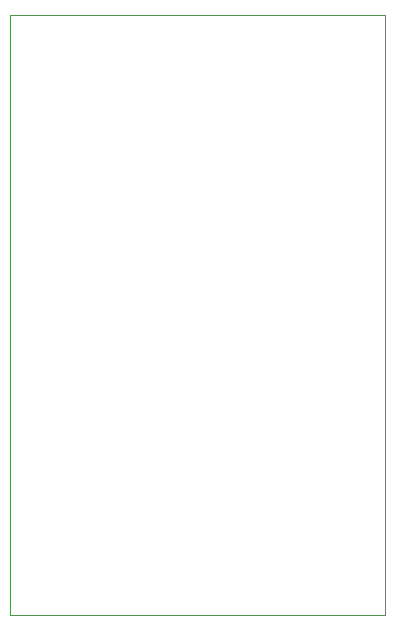
<source format=gbr>
%TF.GenerationSoftware,KiCad,Pcbnew,(6.0.11)*%
%TF.CreationDate,2023-03-01T16:43:23-07:00*%
%TF.ProjectId,Wirless-Module,5769726c-6573-4732-9d4d-6f64756c652e,rev?*%
%TF.SameCoordinates,Original*%
%TF.FileFunction,Profile,NP*%
%FSLAX46Y46*%
G04 Gerber Fmt 4.6, Leading zero omitted, Abs format (unit mm)*
G04 Created by KiCad (PCBNEW (6.0.11)) date 2023-03-01 16:43:23*
%MOMM*%
%LPD*%
G01*
G04 APERTURE LIST*
%TA.AperFunction,Profile*%
%ADD10C,0.100000*%
%TD*%
G04 APERTURE END LIST*
D10*
X161798000Y-120904000D02*
X161798000Y-70104000D01*
X193548000Y-120904000D02*
X161798000Y-120904000D01*
X193548000Y-70104000D02*
X193548000Y-120904000D01*
X161798000Y-70104000D02*
X193548000Y-70104000D01*
M02*

</source>
